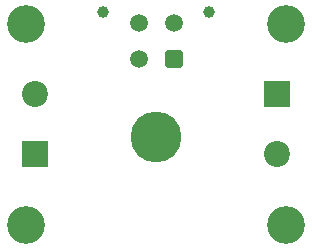
<source format=gbr>
%TF.GenerationSoftware,KiCad,Pcbnew,9.0.0*%
%TF.CreationDate,2025-03-01T23:02:35+01:00*%
%TF.ProjectId,vcore3-molex-shelf,76636f72-6533-42d6-9d6f-6c65782d7368,rev?*%
%TF.SameCoordinates,Original*%
%TF.FileFunction,Soldermask,Bot*%
%TF.FilePolarity,Negative*%
%FSLAX46Y46*%
G04 Gerber Fmt 4.6, Leading zero omitted, Abs format (unit mm)*
G04 Created by KiCad (PCBNEW 9.0.0) date 2025-03-01 23:02:35*
%MOMM*%
%LPD*%
G01*
G04 APERTURE LIST*
G04 Aperture macros list*
%AMRoundRect*
0 Rectangle with rounded corners*
0 $1 Rounding radius*
0 $2 $3 $4 $5 $6 $7 $8 $9 X,Y pos of 4 corners*
0 Add a 4 corners polygon primitive as box body*
4,1,4,$2,$3,$4,$5,$6,$7,$8,$9,$2,$3,0*
0 Add four circle primitives for the rounded corners*
1,1,$1+$1,$2,$3*
1,1,$1+$1,$4,$5*
1,1,$1+$1,$6,$7*
1,1,$1+$1,$8,$9*
0 Add four rect primitives between the rounded corners*
20,1,$1+$1,$2,$3,$4,$5,0*
20,1,$1+$1,$4,$5,$6,$7,0*
20,1,$1+$1,$6,$7,$8,$9,0*
20,1,$1+$1,$8,$9,$2,$3,0*%
G04 Aperture macros list end*
%ADD10C,3.200000*%
%ADD11C,1.000000*%
%ADD12RoundRect,0.250001X0.499999X0.499999X-0.499999X0.499999X-0.499999X-0.499999X0.499999X-0.499999X0*%
%ADD13C,1.500000*%
%ADD14C,4.300000*%
%ADD15R,2.200000X2.200000*%
%ADD16C,2.200000*%
G04 APERTURE END LIST*
D10*
%TO.C,REF\u002A\u002A*%
X165000000Y-105000000D03*
%TD*%
D11*
%TO.C,J0*%
X180500000Y-103975000D03*
X171500000Y-103975000D03*
D12*
X177500000Y-107915000D03*
D13*
X174500000Y-107915000D03*
X177500000Y-104915000D03*
X174500000Y-104915000D03*
%TD*%
D10*
%TO.C,REF\u002A\u002A*%
X187000000Y-122000000D03*
%TD*%
%TO.C,REF\u002A\u002A*%
X187000000Y-105000000D03*
%TD*%
D14*
%TO.C,REF\u002A\u002A*%
X176000000Y-114500000D03*
%TD*%
D10*
%TO.C,REF\u002A\u002A*%
X165000000Y-122000000D03*
%TD*%
D15*
%TO.C,J2*%
X186250000Y-110920000D03*
D16*
X186250000Y-116000000D03*
%TD*%
D15*
%TO.C,J1*%
X165716999Y-116000000D03*
D16*
X165716999Y-110920000D03*
%TD*%
M02*

</source>
